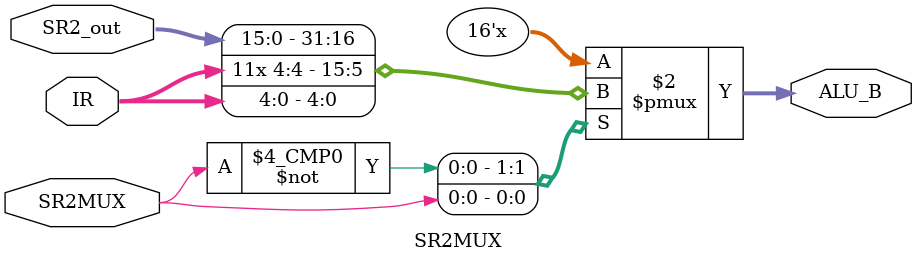
<source format=sv>
module SR2MUX(input logic  SR2MUX,
input logic [15:0] IR, SR2_out,
output logic [15:0] ALU_B);
					always_comb
					begin
					unique case(SR2MUX)
						1'b0:	ALU_B = SR2_out;
						1'b1: ALU_B = {{11{IR[4]}},IR[4:0]};
					endcase
					end
endmodule

</source>
